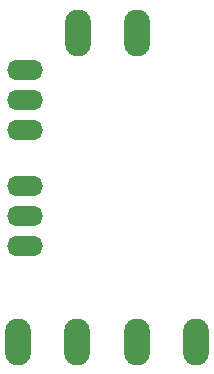
<source format=gbs>
G04 #@! TF.GenerationSoftware,KiCad,Pcbnew,5.1.5*
G04 #@! TF.CreationDate,2020-04-17T15:57:54+02:00*
G04 #@! TF.ProjectId,eco_charger_ltc3105,65636f5f-6368-4617-9267-65725f6c7463,rev?*
G04 #@! TF.SameCoordinates,Original*
G04 #@! TF.FileFunction,Soldermask,Bot*
G04 #@! TF.FilePolarity,Negative*
%FSLAX46Y46*%
G04 Gerber Fmt 4.6, Leading zero omitted, Abs format (unit mm)*
G04 Created by KiCad (PCBNEW 5.1.5) date 2020-04-17 15:57:54*
%MOMM*%
%LPD*%
G04 APERTURE LIST*
%ADD10O,2.190700X3.981400*%
%ADD11O,3.041600X1.720800*%
G04 APERTURE END LIST*
D10*
X146010000Y-115824000D03*
X141010000Y-115824000D03*
X146090000Y-89662000D03*
X151090000Y-89662000D03*
X156074100Y-115824000D03*
X151074100Y-115824000D03*
D11*
X141605000Y-92837000D03*
X141605000Y-97917000D03*
X141605000Y-95377000D03*
X141605000Y-105156000D03*
X141605000Y-107696000D03*
X141605000Y-102616000D03*
M02*

</source>
